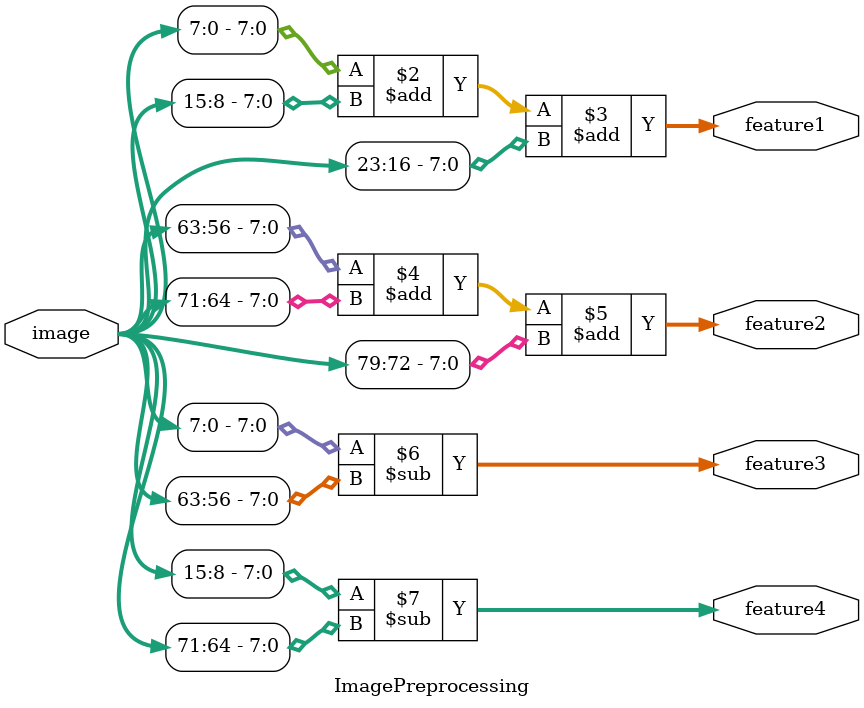
<source format=sv>
`timescale 1ns / 1ps


module ImagePreprocessing (
    input logic [511:0] image,            
    output logic signed [7:0] feature1,
    output logic signed [7:0] feature2,
    output logic signed [7:0] feature3,
    output logic signed [7:0] feature4
);

    always_comb begin
        feature1 = image[7:0] + image[15:8] + image[23:16];        
        feature2 = image[63:56] + image[71:64] + image[79:72];      
        feature3 = image[7:0] - image[63:56];                       
        feature4 = image[15:8] - image[71:64];                      
    end

endmodule

</source>
